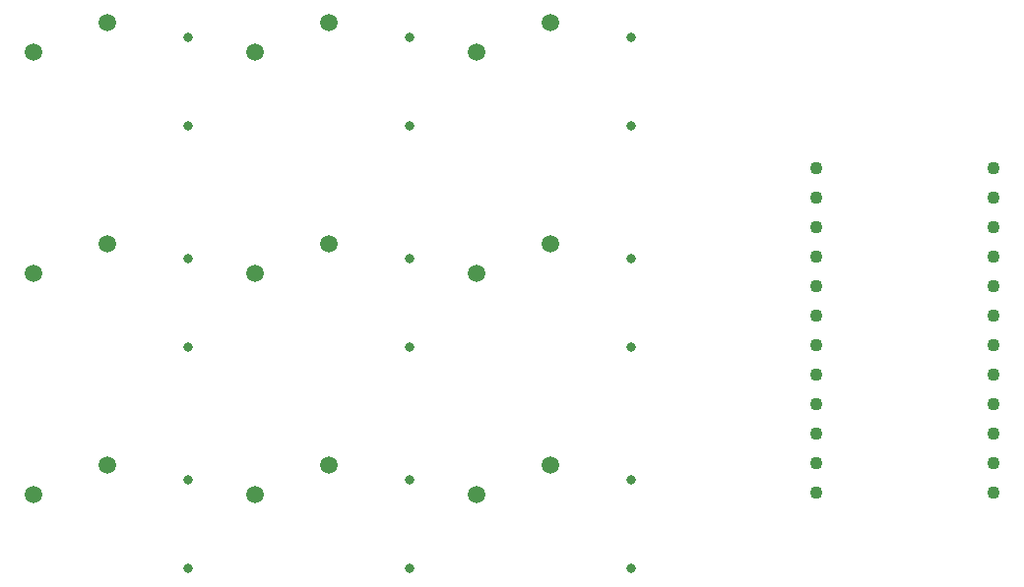
<source format=gbr>
%TF.GenerationSoftware,KiCad,Pcbnew,9.0.2*%
%TF.CreationDate,2025-06-28T14:33:53-07:00*%
%TF.ProjectId,untitled,756e7469-746c-4656-942e-6b696361645f,rev?*%
%TF.SameCoordinates,Original*%
%TF.FileFunction,Plated,1,2,PTH,Drill*%
%TF.FilePolarity,Positive*%
%FSLAX46Y46*%
G04 Gerber Fmt 4.6, Leading zero omitted, Abs format (unit mm)*
G04 Created by KiCad (PCBNEW 9.0.2) date 2025-06-28 14:33:53*
%MOMM*%
%LPD*%
G01*
G04 APERTURE LIST*
%TA.AperFunction,ComponentDrill*%
%ADD10C,0.800000*%
%TD*%
%TA.AperFunction,ComponentDrill*%
%ADD11C,1.092200*%
%TD*%
%TA.AperFunction,ComponentDrill*%
%ADD12C,1.500000*%
%TD*%
G04 APERTURE END LIST*
D10*
%TO.C,D1*%
X109855000Y-72390000D03*
X109855000Y-80010000D03*
%TO.C,D4*%
X109855000Y-91440000D03*
X109855000Y-99060000D03*
%TO.C,D7*%
X109855000Y-110490000D03*
X109855000Y-118110000D03*
%TO.C,D2*%
X128905000Y-72390000D03*
X128905000Y-80010000D03*
%TO.C,D5*%
X128905000Y-91440000D03*
X128905000Y-99060000D03*
%TO.C,D8*%
X128905000Y-110490000D03*
X128905000Y-118110000D03*
%TO.C,D3*%
X147955000Y-72390000D03*
X147955000Y-80010000D03*
%TO.C,D6*%
X147955000Y-91440000D03*
X147955000Y-99060000D03*
%TO.C,D9*%
X147955000Y-110490000D03*
X147955000Y-118110000D03*
D11*
%TO.C,U1*%
X163830000Y-83661250D03*
X163830000Y-86201250D03*
X163830000Y-88741250D03*
X163830000Y-91281250D03*
X163830000Y-93821250D03*
X163830000Y-96361250D03*
X163830000Y-98901250D03*
X163830000Y-101441250D03*
X163830000Y-103981250D03*
X163830000Y-106521250D03*
X163830000Y-109061250D03*
X163830000Y-111601250D03*
X179070000Y-83661250D03*
X179070000Y-86201250D03*
X179070000Y-88741250D03*
X179070000Y-91281250D03*
X179070000Y-93821250D03*
X179070000Y-96361250D03*
X179070000Y-98901250D03*
X179070000Y-101441250D03*
X179070000Y-103981250D03*
X179070000Y-106521250D03*
X179070000Y-109061250D03*
X179070000Y-111601250D03*
D12*
%TO.C,S1*%
X96520000Y-73660000D03*
%TO.C,S4*%
X96520000Y-92710000D03*
%TO.C,S7*%
X96520000Y-111760000D03*
%TO.C,S1*%
X102870000Y-71120000D03*
%TO.C,S4*%
X102870000Y-90170000D03*
%TO.C,S7*%
X102870000Y-109220000D03*
%TO.C,S2*%
X115570000Y-73660000D03*
%TO.C,S5*%
X115570000Y-92710000D03*
%TO.C,S8*%
X115570000Y-111760000D03*
%TO.C,S2*%
X121920000Y-71120000D03*
%TO.C,S5*%
X121920000Y-90170000D03*
%TO.C,S8*%
X121920000Y-109220000D03*
%TO.C,S3*%
X134620000Y-73660000D03*
%TO.C,S6*%
X134620000Y-92710000D03*
%TO.C,S9*%
X134620000Y-111760000D03*
%TO.C,S3*%
X140970000Y-71120000D03*
%TO.C,S6*%
X140970000Y-90170000D03*
%TO.C,S9*%
X140970000Y-109220000D03*
M02*

</source>
